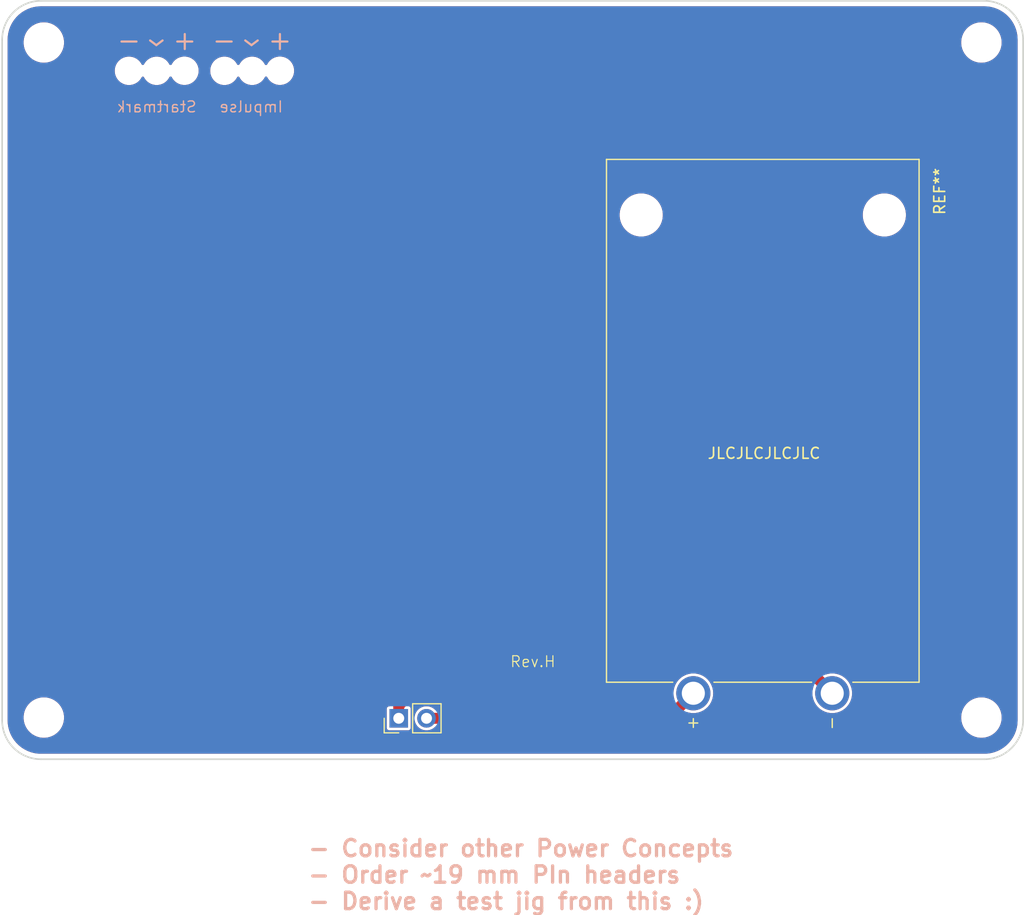
<source format=kicad_pcb>
(kicad_pcb (version 20240108) (generator "pcbnew") (generator_version "8.0")
  (layers (0 "F.Cu" signal) (31 "B.Cu" signal) (34 "B.Paste" user) (35 "F.Paste" user) (36 "B.SilkS" user "B.Silkscreen") (37 "F.SilkS" user "F.Silkscreen") (38 "B.Mask" user) (39 "F.Mask" user) (44 "Edge.Cuts" user))
  (net 0 "")
  (footprint "Peacemans Teile:MountingHole_2.1mm_just_hole" (layer "F.Cu") (at 112.522 66.294)
    (property "Reference" "REF**" (hide yes))
    (property "Value" "MountingHole_2.1mm_just_hole")
    (pad "" np_thru_hole circle (at 0 0) (size 2.1 2.1) (drill 2.1) (layers "F&B.Cu" "*.Mask"))
  )
  (footprint "Connector_PinHeader_2.54mm:PinHeader_1x02_P2.54mm_Vertical" (layer "F.Cu") (at 132.115 125.5 90)
    (property "Reference" "J14" (hide yes))
    (property "Value" "Pwr Pins")
    (fp_line (start -1.33 -1.33) (end 0 -1.33) (stroke (width 0.12)) (layer "F.SilkS"))
    (fp_line (start -1.33 0) (end -1.33 -1.33) (stroke (width 0.12)) (layer "F.SilkS"))
    (fp_line (start 1.33 1.27) (end 1.33 3.87) (stroke (width 0.12)) (layer "F.SilkS"))
    (fp_line (start -1.33 1.27) (end 1.33 1.27) (stroke (width 0.12)) (layer "F.SilkS"))
    (fp_line (start -1.33 1.27) (end -1.33 3.87) (stroke (width 0.12)) (layer "F.SilkS"))
    (fp_line (start -1.33 3.87) (end 1.33 3.87) (stroke (width 0.12)) (layer "F.SilkS"))
    (pad "1" thru_hole rect (at 0 0 90) (size 1.7 1.7) (drill 1) (layers "*.Cu" "*.Mask"))
    (pad "2" thru_hole oval (at 0 2.54 90) (size 1.7 1.7) (drill 1) (layers "*.Cu" "*.Mask"))
  )
  (footprint "Peacemans Teile:MountingHole_2.1mm_just_hole" (layer "F.Cu") (at 118.71 66.3)
    (property "Reference" "REF**" (hide yes))
    (property "Value" "MountingHole_2.1mm_just_hole")
    (pad "" np_thru_hole circle (at 0 0) (size 2.1 2.1) (drill 2.1) (layers "F&B.Cu" "*.Mask"))
  )
  (footprint "MountingHole:MountingHole_3.2mm_M3" (layer "F.Cu") (at 185.39 63.71)
    (property "Reference" "REFe" (hide yes))
    (property "Value" "MountingHole_3.2mm_M3" (hide yes))
    (pad "" np_thru_hole circle (at 0 0) (size 3.2 3.2) (drill 3.2) (layers "F&B.Cu" "*.Mask"))
  )
  (footprint "MountingHole:MountingHole_3.2mm_M3" (layer "F.Cu") (at 185.39 125.432)
    (property "Reference" "REFe" (hide yes))
    (property "Value" "MountingHole_3.2mm_M3" (hide yes))
    (pad "" np_thru_hole circle (at 0 0) (size 3.2 3.2) (drill 3.2) (layers "F&B.Cu" "*.Mask"))
  )
  (footprint "MountingHole:MountingHole_3.2mm_M3" (layer "F.Cu") (at 99.665 63.71)
    (property "Reference" "REFe" (hide yes))
    (property "Value" "MountingHole_3.2mm_M3" (hide yes))
    (pad "" np_thru_hole circle (at 0 0) (size 3.2 3.2) (drill 3.2) (layers "F&B.Cu" "*.Mask"))
  )
  (footprint "Peacemans Teile:MountingHole_2.1mm_just_hole" (layer "F.Cu") (at 116.178 66.3)
    (property "Reference" "REF**" (hide yes))
    (property "Value" "MountingHole_2.1mm_just_hole")
    (pad "" np_thru_hole circle (at 0 0) (size 2.1 2.1) (drill 2.1) (layers "F&B.Cu" "*.Mask"))
  )
  (footprint "Peacemans Teile:MountingHole_2.1mm_just_hole" (layer "F.Cu") (at 107.45 66.3)
    (property "Reference" "REF**" (hide yes))
    (property "Value" "MountingHole_2.1mm_just_hole")
    (pad "" np_thru_hole circle (at 0 0) (size 2.1 2.1) (drill 2.1) (layers "F&B.Cu" "*.Mask"))
  )
  (footprint "Peacemans Teile:MountingHole_2.1mm_just_hole" (layer "F.Cu") (at 109.982 66.3)
    (property "Reference" "REF**" (hide yes))
    (property "Value" "MountingHole_2.1mm_just_hole")
    (pad "" np_thru_hole circle (at 0 0) (size 2.1 2.1) (drill 2.1) (layers "F&B.Cu" "*.Mask"))
  )
  (footprint "Peacemans Teile:BAT_1291-66-glued" (layer "F.Cu") (at 165.4 98.3 -90)
    (property "Reference" "REF**" (at -20.975 -16.175 -90) (layer "F.SilkS"))
    (property "Value" "BAT_1291-66-glued")
    (fp_line (start -23.9 14.29) (end -23.9 -14.29) (stroke (width 0.127)) (layer "F.SilkS"))
    (fp_line (start 23.9 14.29) (end -23.9 14.29) (stroke (width 0.127)) (layer "F.SilkS"))
    (fp_line (start 23.9 14.29) (end 23.9 8.233) (stroke (width 0.127)) (layer "F.SilkS"))
    (fp_line (start 27.23 6.35) (end 28.03 6.35) (stroke (width 0.127)) (layer "F.SilkS"))
    (fp_line (start 27.63 5.95) (end 27.63 6.75) (stroke (width 0.127)) (layer "F.SilkS"))
    (fp_line (start 23.9 -4.467) (end 23.9 4.467) (stroke (width 0.127)) (layer "F.SilkS"))
    (fp_line (start 27.24 -6.35) (end 28.04 -6.35) (stroke (width 0.127)) (layer "F.SilkS"))
    (fp_line (start -23.9 -14.29) (end 23.9 -14.29) (stroke (width 0.127)) (layer "F.SilkS"))
    (fp_line (start 23.9 -14.29) (end 23.9 -8.233) (stroke (width 0.127)) (layer "F.SilkS"))
    (pad "" np_thru_hole circle (at -18.82 -11.115 270) (size 3.45 3.45) (drill 3.45) (layers "*.Cu" "*.Mask"))
    (pad "" np_thru_hole circle (at -18.82 11.115 270) (size 3.45 3.45) (drill 3.45) (layers "*.Cu" "*.Mask"))
    (pad "N" thru_hole circle (at 24.91 -6.35 270) (size 3.126 3.126) (drill 2.11) (layers "*.Cu" "*.Mask"))
    (pad "P" thru_hole circle (at 24.91 6.35 270) (size 3.126 3.126) (drill 2.11) (layers "*.Cu" "*.Mask"))
  )
  (footprint "MountingHole:MountingHole_3.2mm_M3" (layer "F.Cu") (at 99.665 125.432)
    (property "Reference" "REFe" (hide yes))
    (property "Value" "MountingHole_3.2mm_M3" (hide yes))
    (pad "" np_thru_hole circle (at 0 0) (size 3.2 3.2) (drill 3.2) (layers "F&B.Cu" "*.Mask"))
  )
  (footprint "Peacemans Teile:MountingHole_2.1mm_just_hole" (layer "F.Cu") (at 121.25 66.294)
    (property "Reference" "REF**" (hide yes))
    (property "Value" "MountingHole_2.1mm_just_hole")
    (pad "" np_thru_hole circle (at 0 0) (size 2.1 2.1) (drill 2.1) (layers "F&B.Cu" "*.Mask"))
  )
  (gr_line (start 101.951 129.242) (end 180.31 129.242) (stroke (width 0.15)) (layer "Edge.Cuts"))
  (gr_arc (start 95.855 63.456) (mid 96.896528 60.941528) (end 99.411 59.9) (stroke (width 0.15)) (layer "Edge.Cuts"))
  (gr_line (start 183.104 129.242) (end 185.644 129.242) (stroke (width 0.15)) (layer "Edge.Cuts"))
  (gr_line (start 160.498 59.9) (end 104.364 59.9) (stroke (width 0.15)) (layer "Edge.Cuts"))
  (gr_arc (start 185.644 59.9) (mid 188.158472 60.941528) (end 189.2 63.456) (stroke (width 0.15)) (layer "Edge.Cuts"))
  (gr_line (start 180.31 129.242) (end 183.104 129.242) (stroke (width 0.15)) (layer "Edge.Cuts"))
  (gr_line (start 160.498 59.9) (end 185.644 59.9) (stroke (width 0.15)) (layer "Edge.Cuts"))
  (gr_line (start 99.411 129.242) (end 101.951 129.242) (stroke (width 0.15)) (layer "Edge.Cuts"))
  (gr_line (start 189.2 63.456) (end 189.2 125.686) (stroke (width 0.15)) (layer "Edge.Cuts"))
  (gr_line (start 95.855 63.456) (end 95.855 125.686) (stroke (width 0.15)) (layer "Edge.Cuts"))
  (gr_line (start 99.411 59.9) (end 104.364 59.9) (stroke (width 0.15)) (layer "Edge.Cuts"))
  (gr_arc (start 99.411 129.242) (mid 96.896528 128.200472) (end 95.855 125.686) (stroke (width 0.15)) (layer "Edge.Cuts"))
  (gr_arc (start 189.2 125.686) (mid 188.158472 128.200472) (end 185.644 129.242) (stroke (width 0.15)) (layer "Edge.Cuts"))
  (gr_text "Impulse" (at 118.618 69.596 0) (layer "B.SilkS") (effects (font (size 1 1) (thickness 0.125)) (justify mirror)))
  (gr_text "+" (at 121.252 63.486 -0) (layer "B.SilkS") (effects (font (size 1.8 1.8) (thickness 0.2)) (justify mirror)))
  (gr_text "-" (at 116.152 63.486 -0) (layer "B.SilkS") (effects (font (size 1.8 1.8) (thickness 0.2)) (justify mirror)))
  (gr_text "- Consider other Power Concepts\n- Order ~19 mm PIn headers\n- Derive a test jig from this :)" (at 123.7 143.1 0) (layer "B.SilkS") (effects (font (size 1.5 1.5) (thickness 0.3) (bold yes)) (justify left bottom)))
  (gr_text "^" (at 109.952 62.186 -180) (layer "B.SilkS") (effects (font (size 3 3) (thickness 0.2)) (justify mirror)))
  (gr_text "-" (at 107.452 63.486 -0) (layer "B.SilkS") (effects (font (size 1.8 1.8) (thickness 0.2)) (justify mirror)))
  (gr_text "+" (at 112.552 63.486 -0) (layer "B.SilkS") (effects (font (size 1.8 1.8) (thickness 0.2)) (justify mirror)))
  (gr_text "Startmark" (at 109.982 69.596 0) (layer "B.SilkS") (effects (font (size 1 1) (thickness 0.125)) (justify mirror)))
  (gr_text "^" (at 118.652 62.186 -180) (layer "B.SilkS") (effects (font (size 3 3) (thickness 0.2)) (justify mirror)))
  (gr_text "JLCJLCJLCJLC" (at 160.274 101.854 -0) (layer "F.SilkS") (effects (font (size 1 1)) (justify left bottom)))
  (gr_text "Rev.H" (at 142.24 120.904 0) (layer "F.SilkS") (effects (font (size 1 1) (thickness 0.1)) (justify left bottom)))
  (segment (start 132.115 125.5) (end 132.115 124.335) (width 1) (layer "F.Cu") (net 0))
  (segment (start 134.655 125.5) (end 156.76 125.5) (width 1) (layer "F.Cu") (net 0))
  (segment (start 152.95 123.2) (end 156.262 119.888) (width 1) (layer "F.Cu") (net 0))
  (segment (start 156.262 119.888) (end 168.428 119.888) (width 1) (layer "F.Cu") (net 0))
  (segment (start 168.428 119.888) (end 171.75 123.21) (width 1) (layer "F.Cu") (net 0))
  (segment (start 132.115 124.335) (end 133.25 123.2) (width 1) (layer "F.Cu") (net 0))
  (segment (start 133.25 123.2) (end 152.95 123.2) (width 1) (layer "F.Cu") (net 0))
  (segment (start 156.76 125.5) (end 159.05 123.21) (width 1) (layer "F.Cu") (net 0))
  (zone (net 0) (net_name "") (layer "F.Cu") (connect_pads (clearance 0.25)) (min_thickness 0.25) (fill yes (thermal_gap 0.508) (thermal_bridge_width 0.508))
    (polygon (pts (xy 189.275 59.9) (xy 189.275 128.734) (xy 95.93 128.734) (xy 95.93 59.9)))
  )
  (zone (net 0) (net_name "") (layer "B.Cu") (connect_pads (clearance 0.25)) (min_thickness 0.25) (fill yes (thermal_gap 0.508) (thermal_bridge_width 0.508) (island_removal_mode 1) (island_area_min 10))
    (polygon (pts (xy 189.3 59.9) (xy 189.3 128.734) (xy 95.955 128.734) (xy 95.955 59.9)))
  )
)
</source>
